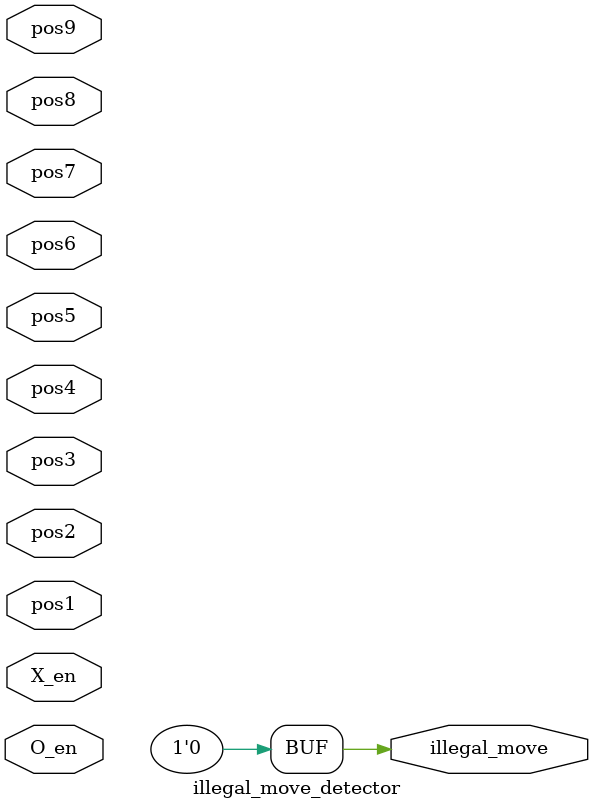
<source format=sv>
module illegal_move_detector(
	input [1:0] pos1,pos2,pos3,pos4,pos5,pos6,pos7,pos8,pos9,
	input [8:0] X_en, O_en,
	output wire illegal_move = 1'b0
	);
	
	wire temp1,temp2,temp3,temp4,temp5,temp6,temp7,temp8,temp9;
	wire temp11,temp12,temp13,temp14,temp15,temp16,temp17,temp18,temp19;
	wire temp21,temp22;
	
	// playerO movimiento ilegal   
	assign temp1 = (pos1[1] | pos1[0]) & O_en[0];
	assign temp2 = (pos2[1] | pos2[0]) & O_en[1];
	assign temp3 = (pos3[1] | pos3[0]) & O_en[2];
	assign temp4 = (pos4[1] | pos4[0]) & O_en[3];
	assign temp5 = (pos5[1] | pos5[0]) & O_en[4];
	assign temp6 = (pos6[1] | pos6[0]) & O_en[5];
	assign temp7 = (pos7[1] | pos7[0]) & O_en[6];
	assign temp8 = (pos8[1] | pos8[0]) & O_en[7];
	assign temp9 = (pos9[1] | pos9[0]) & O_en[8];
	// playerX movimiento ilegal  
	assign temp11 = (pos1[1] | pos1[0]) & X_en[0];
	assign temp12 = (pos2[1] | pos2[0]) & X_en[1];
	assign temp13 = (pos3[1] | pos3[0]) & X_en[2];
	assign temp14 = (pos4[1] | pos4[0]) & X_en[3];
	assign temp15 = (pos5[1] | pos5[0]) & X_en[4];
	assign temp16 = (pos6[1] | pos6[0]) & X_en[5];
	assign temp17 = (pos7[1] | pos7[0]) & X_en[6];
	assign temp18 = (pos8[1] | pos8[0]) & X_en[7];
	assign temp19 = (pos9[1] | pos9[0]) & X_en[8];
	//senales inttermedias
	assign temp21 =((((((((temp1 | temp2) | temp3) | temp4) | temp5) | temp6) | temp7) | temp8) | temp9);
	assign temp22 =((((((((temp11 | temp12) | temp13) | temp14) | temp15) | temp16) | temp17) | temp18) | temp19);
	// salida movimiento ilegal 
	assign illegal_move = temp21 | temp22 ;
	endmodule 
</source>
